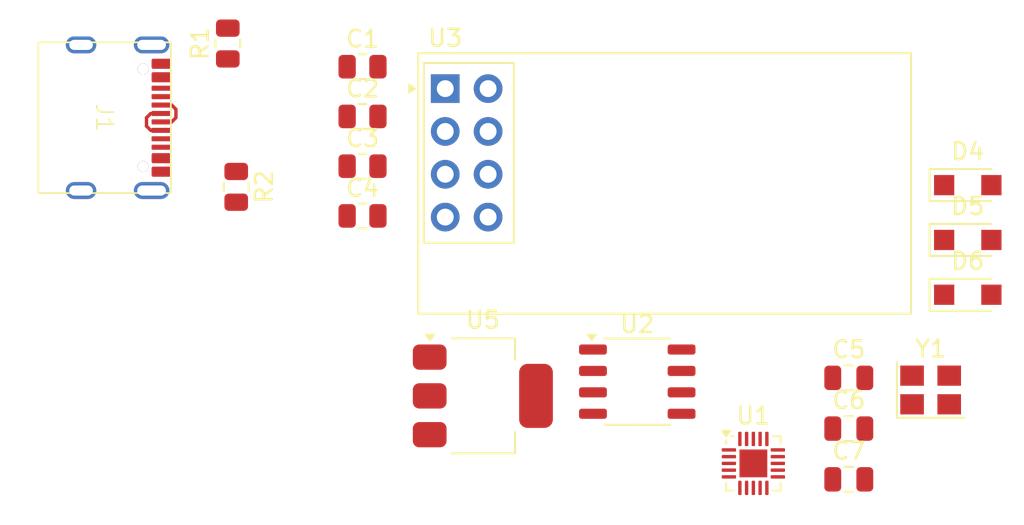
<source format=kicad_pcb>
(kicad_pcb (version 20241229) (generator "pcbnew") (generator_version "9.0")
  (layers (0 "F.Cu" signal) (2 "B.Cu" signal) (13 "F.Paste" user) (15 "B.Paste" user) (5 "F.SilkS" user "F.Silkscreen") (7 "B.SilkS" user "B.Silkscreen") (1 "F.Mask" user) (3 "B.Mask" user) (25 "Edge.Cuts" user))
  (net 0 "")
  (net 1 "+3V3")
  (net 2 "GND")
  (net 3 "+5V")
  (net 4 "Net-(U2-V3)")
  (net 5 "Net-(J1-CC1)")
  (net 6 "Net-(J1-CC2)")
  (net 7 "NRF24L01_CE")
  (net 8 "Net-(U1-PA2)")
  (net 9 "Net-(U1-PA1)")
  (net 12 "Net-(U1-VDD)")
  (net 13 "MCU_SPI_MOSI")
  (net 14 "MCU_SPI_MISO")
  (net 20 "MCU_SPI_CS")
  (net 21 "MCU_SPI_CLK")
  (net 24 "MCU_UART_TX")
  (net 26 "MCU_UART_RX")
  (net 27 "Net-(D4-K)")
  (net 28 "Net-(D5-K)")
  (footprint "Package_DFN_QFN:QFN-20-1EP_3x3mm_P0.4mm_EP1.65x1.65mm" (layer "F.Cu") (at 57.395 50.005)
    (property "Reference" "U1" (at 0 -2.83 0) (layer "F.SilkS"))
    (property "Value" "CH32V003FxUx")
    (fp_line (start -1.61 -1.16) (end -1.61 -1.37) (stroke (width 0.12)) (layer "F.SilkS"))
    (fp_line (start -1.61 1.61) (end -1.61 1.16) (stroke (width 0.12)) (layer "F.SilkS"))
    (fp_line (start -1.16 -1.61) (end -1.31 -1.61) (stroke (width 0.12)) (layer "F.SilkS"))
    (fp_line (start -1.16 1.61) (end -1.61 1.61) (stroke (width 0.12)) (layer "F.SilkS"))
    (fp_line (start 1.16 -1.61) (end 1.61 -1.61) (stroke (width 0.12)) (layer "F.SilkS"))
    (fp_line (start 1.16 1.61) (end 1.61 1.61) (stroke (width 0.12)) (layer "F.SilkS"))
    (fp_line (start 1.61 -1.61) (end 1.61 -1.16) (stroke (width 0.12)) (layer "F.SilkS"))
    (fp_line (start 1.61 1.61) (end 1.61 1.16) (stroke (width 0.12)) (layer "F.SilkS"))
    (fp_poly (pts (xy -1.61 -1.61) (xy -1.85 -1.94) (xy -1.37 -1.94)) (stroke (width 0.12)) (fill yes) (layer "F.SilkS"))
    (pad "1" smd roundrect (at -1.45 -0.8) (size 0.85 0.2) (layers "F.Cu" "F.Mask" "F.Paste"))
    (pad "2" smd roundrect (at -1.45 -0.4) (size 0.85 0.2) (layers "F.Cu" "F.Mask" "F.Paste") (net 9 "Net-(U1-PA1)"))
    (pad "3" smd roundrect (at -1.45 0) (size 0.85 0.2) (layers "F.Cu" "F.Mask" "F.Paste") (net 8 "Net-(U1-PA2)"))
    (pad "4" smd roundrect (at -1.45 0.4) (size 0.85 0.2) (layers "F.Cu" "F.Mask" "F.Paste") (net 2 "GND"))
    (pad "5" smd roundrect (at -1.45 0.8) (size 0.85 0.2) (layers "F.Cu" "F.Mask" "F.Paste"))
    (pad "6" smd roundrect (at -0.8 1.45) (size 0.2 0.85) (layers "F.Cu" "F.Mask" "F.Paste") (net 12 "Net-(U1-VDD)"))
    (pad "7" smd roundrect (at -0.4 1.45) (size 0.2 0.85) (layers "F.Cu" "F.Mask" "F.Paste") (net 20 "MCU_SPI_CS"))
    (pad "8" smd roundrect (at 0 1.45) (size 0.2 0.85) (layers "F.Cu" "F.Mask" "F.Paste"))
    (pad "9" smd roundrect (at 0.4 1.45) (size 0.2 0.85) (layers "F.Cu" "F.Mask" "F.Paste"))
    (pad "10" smd roundrect (at 0.8 1.45) (size 0.2 0.85) (layers "F.Cu" "F.Mask" "F.Paste"))
    (pad "11" smd roundrect (at 1.45 0.8) (size 0.85 0.2) (layers "F.Cu" "F.Mask" "F.Paste") (net 7 "NRF24L01_CE"))
    (pad "12" smd roundrect (at 1.45 0.4) (size 0.85 0.2) (layers "F.Cu" "F.Mask" "F.Paste") (net 21 "MCU_SPI_CLK"))
    (pad "13" smd roundrect (at 1.45 0) (size 0.85 0.2) (layers "F.Cu" "F.Mask" "F.Paste") (net 13 "MCU_SPI_MOSI"))
    (pad "14" smd roundrect (at 1.45 -0.4) (size 0.85 0.2) (layers "F.Cu" "F.Mask" "F.Paste") (net 14 "MCU_SPI_MISO"))
    (pad "15" smd roundrect (at 1.45 -0.8) (size 0.85 0.2) (layers "F.Cu" "F.Mask" "F.Paste"))
    (pad "16" smd roundrect (at 0.8 -1.45) (size 0.2 0.85) (layers "F.Cu" "F.Mask" "F.Paste"))
    (pad "17" smd roundrect (at 0.4 -1.45) (size 0.2 0.85) (layers "F.Cu" "F.Mask" "F.Paste"))
    (pad "18" smd roundrect (at 0 -1.45) (size 0.2 0.85) (layers "F.Cu" "F.Mask" "F.Paste"))
    (pad "19" smd roundrect (at -0.4 -1.45) (size 0.2 0.85) (layers "F.Cu" "F.Mask" "F.Paste") (net 24 "MCU_UART_TX"))
    (pad "20" smd roundrect (at -0.8 -1.45) (size 0.2 0.85) (layers "F.Cu" "F.Mask" "F.Paste") (net 26 "MCU_UART_RX"))
    (pad "21" smd rect (at 0 0) (size 1.65 1.65) (property pad_prop_heatsink) (layers "F.Cu" "F.Mask") (net 2 "GND"))
  )
  (footprint "Library:Usb-C" (layer "F.Cu") (at 22.875 29.5 -90)
    (property "Reference" "J1" (at 0 3.925 270) (layer "F.SilkS") (effects (font (thickness 0.1))))
    (property "Value" "USB_C_Receptacle")
    (fp_rect (start -4.47 0) (end 4.47 7.85) (stroke (width 0.1)) (fill no) (layer "F.SilkS"))
    (pad "" thru_hole circle (at -2.89 1.64) (size 0.65 0.65) (drill 0.65) (layers "*.Cu" "*.Mask"))
    (pad "" thru_hole circle (at 2.89 1.64) (size 0.65 0.65) (drill 0.65) (layers "*.Cu" "*.Mask"))
    (pad "A1" smd roundrect (at -3.2 0.57) (size 1.14 0.6) (layers "F.Cu" "F.Mask" "F.Paste") (roundrect_rratio 0.15) (net 2 "GND"))
    (pad "A1" smd roundrect (at 3.2 0.57) (size 1.14 0.6) (layers "F.Cu" "F.Mask" "F.Paste") (roundrect_rratio 0.15) (net 2 "GND"))
    (pad "A4" smd roundrect (at -2.4 0.57) (size 1.14 0.6) (layers "F.Cu" "F.Mask" "F.Paste") (roundrect_rratio 0.15) (net 3 "+5V"))
    (pad "A4" smd roundrect (at 2.4 0.57) (size 1.14 0.6) (layers "F.Cu" "F.Mask" "F.Paste") (roundrect_rratio 0.15) (net 3 "+5V"))
    (pad "A5" smd roundrect (at -1.25 0.57) (size 1.14 0.3) (layers "F.Cu" "F.Mask" "F.Paste") (roundrect_rratio 0.15) (net 5 "Net-(J1-CC1)"))
    (pad "A6" smd roundrect (at -0.25 0.57) (size 1.14 0.3) (layers "F.Cu" "F.Mask" "F.Paste") (roundrect_rratio 0.15) (net 27 "Net-(D4-K)"))
    (pad "A7" smd roundrect (at 0.25 0.57) (size 1.14 0.3) (layers "F.Cu" "F.Mask" "F.Paste") (roundrect_rratio 0.15) (net 28 "Net-(D5-K)"))
    (pad "A8" smd roundrect (at 1.25 0.57) (size 1.14 0.3) (layers "F.Cu" "F.Mask" "F.Paste") (roundrect_rratio 0.15))
    (pad "B5" smd roundrect (at 1.75 0.57) (size 1.14 0.3) (layers "F.Cu" "F.Mask" "F.Paste") (roundrect_rratio 0.15) (net 6 "Net-(J1-CC2)"))
    (pad "B6" smd roundrect (at 0.75 0.57) (size 1.14 0.3) (layers "F.Cu" "F.Mask" "F.Paste") (roundrect_rratio 0.15) (net 27 "Net-(D4-K)"))
    (pad "B7" smd roundrect (at -0.75 0.57) (size 1.14 0.3) (layers "F.Cu" "F.Mask" "F.Paste") (roundrect_rratio 0.15) (net 28 "Net-(D5-K)"))
    (pad "B8" smd roundrect (at -1.75 0.57) (size 1.14 0.3) (layers "F.Cu" "F.Mask" "F.Paste") (roundrect_rratio 0.15))
    (pad "S1" thru_hole oval (at -4.32 1.14) (size 2.1 1) (drill oval 1.7 0.6) (layers "*.Cu" "*.Mask"))
    (pad "S1" thru_hole oval (at -4.32 5.32) (size 1.8 1) (drill oval 1.4 0.6) (layers "*.Cu" "*.Mask"))
    (pad "S1" thru_hole oval (at 4.32 1.14) (size 2.1 1) (drill oval 1.7 0.6) (layers "*.Cu" "*.Mask"))
    (pad "S1" thru_hole oval (at 4.32 5.32) (size 1.8 1) (drill oval 1.4 0.6) (layers "*.Cu" "*.Mask"))
  )
  (footprint "Resistor_SMD:R_0805_2012Metric" (layer "F.Cu") (at 26.75 33.6 -90)
    (property "Reference" "R2" (at 0 -1.65 90) (layer "F.SilkS"))
    (property "Value" "5.1k")
    (fp_line (start -0.227064 0.735) (end 0.227064 0.735) (stroke (width 0.12)) (layer "F.SilkS"))
    (fp_line (start -0.227064 -0.735) (end 0.227064 -0.735) (stroke (width 0.12)) (layer "F.SilkS"))
    (pad "1" smd roundrect (at -0.9125 0 270) (size 1.025 1.4) (layers "F.Cu" "F.Mask" "F.Paste") (roundrect_rratio 0.243902) (net 6 "Net-(J1-CC2)"))
    (pad "2" smd roundrect (at 0.9125 0 270) (size 1.025 1.4) (layers "F.Cu" "F.Mask" "F.Paste") (roundrect_rratio 0.243902) (net 2 "GND"))
  )
  (footprint "Resistor_SMD:R_0805_2012Metric" (layer "F.Cu") (at 34.235 29.425)
    (property "Reference" "C2" (at 0 -1.65 0) (layer "F.SilkS"))
    (property "Value" "10uF")
    (fp_line (start -0.227064 -0.735) (end 0.227064 -0.735) (stroke (width 0.12)) (layer "F.SilkS"))
    (fp_line (start -0.227064 0.735) (end 0.227064 0.735) (stroke (width 0.12)) (layer "F.SilkS"))
    (pad "1" smd roundrect (at -0.9125 0) (size 1.025 1.4) (layers "F.Cu" "F.Mask" "F.Paste") (roundrect_rratio 0.243902) (net 3 "+5V"))
    (pad "2" smd roundrect (at 0.9125 0) (size 1.025 1.4) (layers "F.Cu" "F.Mask" "F.Paste") (roundrect_rratio 0.243902) (net 2 "GND"))
  )
  (footprint "Crystal:Crystal_SMD_3225-4Pin_3.2x2.5mm" (layer "F.Cu") (at 67.9 45.65)
    (property "Reference" "Y1" (at 0 -2.45 0) (layer "F.SilkS"))
    (property "Value" "Crystal_24MHz")
    (fp_line (start -2 -1.65) (end -2 1.65) (stroke (width 0.12)) (layer "F.SilkS"))
    (fp_line (start -2 1.65) (end 2 1.65) (stroke (width 0.12)) (layer "F.SilkS"))
    (pad "1" smd rect (at -1.1 0.85) (size 1.4 1.2) (layers "F.Cu" "F.Mask" "F.Paste") (net 9 "Net-(U1-PA1)"))
    (pad "2" smd rect (at 1.1 0.85) (size 1.4 1.2) (layers "F.Cu" "F.Mask" "F.Paste") (net 2 "GND"))
    (pad "3" smd rect (at 1.1 -0.85) (size 1.4 1.2) (layers "F.Cu" "F.Mask" "F.Paste") (net 8 "Net-(U1-PA2)"))
    (pad "4" smd rect (at -1.1 -0.85) (size 1.4 1.2) (layers "F.Cu" "F.Mask" "F.Paste") (net 2 "GND"))
  )
  (footprint "Diode_SMD:Nexperia_CFP3_SOD-123W" (layer "F.Cu") (at 70.1 40)
    (property "Reference" "D6" (at 0 -2 0) (layer "F.SilkS"))
    (property "Value" "5.1v")
    (fp_line (start -2.26 -0.95) (end -2.26 0.95) (stroke (width 0.12)) (layer "F.SilkS"))
    (fp_line (start -2.26 -0.95) (end 1.4 -0.95) (stroke (width 0.12)) (layer "F.SilkS"))
    (fp_line (start -2.26 0.95) (end 1.4 0.95) (stroke (width 0.12)) (layer "F.SilkS"))
    (pad "1" smd rect (at -1.4 0) (size 1.2 1.2) (layers "F.Cu" "F.Mask" "F.Paste") (net 3 "+5V"))
    (pad "2" smd rect (at 1.4 0) (size 1.2 1.2) (layers "F.Cu" "F.Mask" "F.Paste") (net 2 "GND"))
  )
  (footprint "Resistor_SMD:R_0805_2012Metric" (layer "F.Cu") (at 26.25 25.1 90)
    (property "Reference" "R1" (at 0 -1.65 90) (layer "F.SilkS"))
    (property "Value" "5.1k")
    (fp_line (start -0.227064 -0.735) (end 0.227064 -0.735) (stroke (width 0.12)) (layer "F.SilkS"))
    (fp_line (start -0.227064 0.735) (end 0.227064 0.735) (stroke (width 0.12)) (layer "F.SilkS"))
    (pad "1" smd roundrect (at -0.9125 0 90) (size 1.025 1.4) (layers "F.Cu" "F.Mask" "F.Paste") (roundrect_rratio 0.243902) (net 5 "Net-(J1-CC1)"))
    (pad "2" smd roundrect (at 0.9125 0 90) (size 1.025 1.4) (layers "F.Cu" "F.Mask" "F.Paste") (roundrect_rratio 0.243902) (net 2 "GND"))
  )
  (footprint "Resistor_SMD:R_0805_2012Metric" (layer "F.Cu") (at 34.235 32.375)
    (property "Reference" "C3" (at 0 -1.65 0) (layer "F.SilkS"))
    (property "Value" "22uF")
    (fp_line (start -0.227064 -0.735) (end 0.227064 -0.735) (stroke (width 0.12)) (layer "F.SilkS"))
    (fp_line (start -0.227064 0.735) (end 0.227064 0.735) (stroke (width 0.12)) (layer "F.SilkS"))
    (pad "1" smd roundrect (at -0.9125 0) (size 1.025 1.4) (layers "F.Cu" "F.Mask" "F.Paste") (roundrect_rratio 0.243902) (net 1 "+3V3"))
    (pad "2" smd roundrect (at 0.9125 0) (size 1.025 1.4) (layers "F.Cu" "F.Mask" "F.Paste") (roundrect_rratio 0.243902) (net 2 "GND"))
  )
  (footprint "Resistor_SMD:R_0805_2012Metric" (layer "F.Cu") (at 34.235 35.325)
    (property "Reference" "C4" (at 0 -1.65 0) (layer "F.SilkS"))
    (property "Value" "0.1uF")
    (fp_line (start -0.227064 -0.735) (end 0.227064 -0.735) (stroke (width 0.12)) (layer "F.SilkS"))
    (fp_line (start -0.227064 0.735) (end 0.227064 0.735) (stroke (width 0.12)) (layer "F.SilkS"))
    (pad "1" smd roundrect (at -0.9125 0) (size 1.025 1.4) (layers "F.Cu" "F.Mask" "F.Paste") (roundrect_rratio 0.243902) (net 4 "Net-(U2-V3)"))
    (pad "2" smd roundrect (at 0.9125 0) (size 1.025 1.4) (layers "F.Cu" "F.Mask" "F.Paste") (roundrect_rratio 0.243902) (net 2 "GND"))
  )
  (footprint "Package_TO_SOT_SMD:SOT-223-3_TabPin2" (layer "F.Cu") (at 41.365 46)
    (property "Reference" "U5" (at 0 -4.5 0) (layer "F.SilkS"))
    (property "Value" "AMS1117-3.3")
    (fp_line (start -1.85 -3.41) (end 1.91 -3.41) (stroke (width 0.12)) (layer "F.SilkS"))
    (fp_line (start -1.85 3.41) (end 1.91 3.41) (stroke (width 0.12)) (layer "F.SilkS"))
    (fp_line (start 1.91 -3.41) (end 1.91 -2.15) (stroke (width 0.12)) (layer "F.SilkS"))
    (fp_line (start 1.91 3.41) (end 1.91 2.15) (stroke (width 0.12)) (layer "F.SilkS"))
    (fp_poly (pts (xy -3.13 -3.31) (xy -3.37 -3.64) (xy -2.89 -3.64) (xy -3.13 -3.31)) (stroke (width 0.12)) (fill yes) (layer "F.SilkS"))
    (pad "1" smd roundrect (at -3.15 -2.3) (size 2 1.5) (layers "F.Cu" "F.Mask" "F.Paste") (net 2 "GND"))
    (pad "2" smd roundrect (at -3.15 0) (size 2 1.5) (layers "F.Cu" "F.Mask" "F.Paste") (net 1 "+3V3"))
    (pad "2" smd roundrect (at 3.15 0) (size 2 3.8) (layers "F.Cu" "F.Mask" "F.Paste") (net 1 "+3V3"))
    (pad "3" smd roundrect (at -3.15 2.3) (size 2 1.5) (layers "F.Cu" "F.Mask" "F.Paste") (net 3 "+5V"))
  )
  (footprint "RF_Module:nRF24L01_Breakout" (layer "F.Cu") (at 39.136 27.775)
    (property "Reference" "U3" (at 0 -3 0) (layer "F.SilkS"))
    (property "Value" "NRF24L01_Breakout")
    (fp_line (start -1.6 -2.1) (end -1.6 -2.1) (stroke (width 0.12)) (layer "F.SilkS"))
    (fp_line (start -1.6 -2.1) (end 27.6 -2.1) (stroke (width 0.12)) (layer "F.SilkS"))
    (fp_line (start -1.6 13.35) (end -1.6 -2.1) (stroke (width 0.12)) (layer "F.SilkS"))
    (fp_line (start -1.27 -1.524) (end -1.27 -1.524) (stroke (width 0.12)) (layer "F.SilkS"))
    (fp_line (start -1.27 -1.524) (end 4.064 -1.524) (stroke (width 0.12)) (layer "F.SilkS"))
    (fp_line (start -1.27 9.144) (end -1.27 -1.524) (stroke (width 0.12)) (layer "F.SilkS"))
    (fp_line (start -1.27 9.144) (end -1.27 9.144) (stroke (width 0.12)) (layer "F.SilkS"))
    (fp_line (start 4.064 -1.524) (end 4.064 9.144) (stroke (width 0.12)) (layer "F.SilkS"))
    (fp_line (start 4.064 9.144) (end -1.27 9.144) (stroke (width 0.12)) (layer "F.SilkS"))
    (fp_line (start 27.6 -2.1) (end 27.6 13.35) (stroke (width 0.12)) (layer "F.SilkS"))
    (fp_line (start 27.6 13.35) (end -1.6 13.35) (stroke (width 0.12)) (layer "F.SilkS"))
    (fp_poly (pts (xy -1.8 0) (xy -2.136 0.24) (xy -2.136 -0.24) (xy -1.8 0)) (stroke (width 0.12)) (fill yes) (layer "F.SilkS"))
    (pad "1" thru_hole rect (at 0 0) (size 1.7 1.7) (drill 1) (layers "*.Cu" "*.Mask") (net 2 "GND"))
    (pad "2" thru_hole circle (at 2.54 0) (size 1.7 1.7) (drill 1) (layers "*.Cu" "*.Mask") (net 1 "+3V3"))
    (pad "3" thru_hole circle (at 0 2.54) (size 1.7 1.7) (drill 1) (layers "*.Cu" "*.Mask") (net 7 "NRF24L01_CE"))
    (pad "4" thru_hole circle (at 2.54 2.54) (size 1.7 1.7) (drill 1) (layers "*.Cu" "*.Mask") (net 20 "MCU_SPI_CS"))
    (pad "5" thru_hole circle (at 0 5.08) (size 1.7 1.7) (drill 1) (layers "*.Cu" "*.Mask") (net 21 "MCU_SPI_CLK"))
    (pad "6" thru_hole circle (at 2.54 5.08) (size 1.7 1.7) (drill 1) (layers "*.Cu" "*.Mask") (net 13 "MCU_SPI_MOSI"))
    (pad "7" thru_hole circle (at 0 7.62) (size 1.7 1.7) (drill 1) (layers "*.Cu" "*.Mask") (net 14 "MCU_SPI_MISO"))
    (pad "8" thru_hole circle (at 2.54 7.62) (size 1.7 1.7) (drill 1) (layers "*.Cu" "*.Mask") (net 2 "GND"))
  )
  (footprint "Diode_SMD:Nexperia_CFP3_SOD-123W" (layer "F.Cu") (at 70.1 33.5)
    (property "Reference" "D4" (at 0 -2 0) (layer "F.SilkS"))
    (property "Value" "5.1v")
    (fp_line (start -2.26 -0.95) (end -2.26 0.95) (stroke (width 0.12)) (layer "F.SilkS"))
    (fp_line (start -2.26 -0.95) (end 1.4 -0.95) (stroke (width 0.12)) (layer "F.SilkS"))
    (fp_line (start -2.26 0.95) (end 1.4 0.95) (stroke (width 0.12)) (layer "F.SilkS"))
    (pad "1" smd rect (at -1.4 0) (size 1.2 1.2) (layers "F.Cu" "F.Mask" "F.Paste") (net 27 "Net-(D4-K)"))
    (pad "2" smd rect (at 1.4 0) (size 1.2 1.2) (layers "F.Cu" "F.Mask" "F.Paste") (net 2 "GND"))
  )
  (footprint "Resistor_SMD:R_0805_2012Metric" (layer "F.Cu") (at 34.235 26.475)
    (property "Reference" "C1" (at 0 -1.65 0) (layer "F.SilkS"))
    (property "Value" "10uF")
    (fp_line (start -0.227064 -0.735) (end 0.227064 -0.735) (stroke (width 0.12)) (layer "F.SilkS"))
    (fp_line (start -0.227064 0.735) (end 0.227064 0.735) (stroke (width 0.12)) (layer "F.SilkS"))
    (pad "1" smd roundrect (at -0.9125 0) (size 1.025 1.4) (layers "F.Cu" "F.Mask" "F.Paste") (roundrect_rratio 0.243902) (net 1 "+3V3"))
    (pad "2" smd roundrect (at 0.9125 0) (size 1.025 1.4) (layers "F.Cu" "F.Mask" "F.Paste") (roundrect_rratio 0.243902) (net 2 "GND"))
  )
  (footprint "Package_SO:SOP-8_3.9x4.9mm_P1.27mm" (layer "F.Cu") (at 50.515 45.155)
    (property "Reference" "U2" (at 0 -3.4 0) (layer "F.SilkS"))
    (property "Value" "CH340N")
    (fp_line (start 0 -2.56) (end -1.95 -2.56) (stroke (width 0.12)) (layer "F.SilkS"))
    (fp_line (start 0 -2.56) (end 1.95 -2.56) (stroke (width 0.12)) (layer "F.SilkS"))
    (fp_line (start 0 2.56) (end -1.95 2.56) (stroke (width 0.12)) (layer "F.SilkS"))
    (fp_line (start 0 2.56) (end 1.95 2.56) (stroke (width 0.12)) (layer "F.SilkS"))
    (fp_poly (pts (xy -2.7 -2.465) (xy -2.94 -2.795) (xy -2.46 -2.795)) (stroke (width 0.12)) (fill yes) (layer "F.SilkS"))
    (pad "1" smd roundrect (at -2.625 -1.905) (size 1.65 0.6) (layers "F.Cu" "F.Mask" "F.Paste") (net 27 "Net-(D4-K)"))
    (pad "2" smd roundrect (at -2.625 -0.635) (size 1.65 0.6) (layers "F.Cu" "F.Mask" "F.Paste") (net 28 "Net-(D5-K)"))
    (pad "3" smd roundrect (at -2.625 0.635) (size 1.65 0.6) (layers "F.Cu" "F.Mask" "F.Paste") (net 2 "GND"))
    (pad "4" smd roundrect (at -2.625 1.905) (size 1.65 0.6) (layers "F.Cu" "F.Mask" "F.Paste"))
    (pad "5" smd roundrect (at 2.625 1.905) (size 1.65 0.6) (layers "F.Cu" "F.Mask" "F.Paste") (net 3 "+5V"))
    (pad "6" smd roundrect (at 2.625 0.635) (size 1.65 0.6) (layers "F.Cu" "F.Mask" "F.Paste") (net 26 "MCU_UART_RX"))
    (pad "7" smd roundrect (at 2.625 -0.635) (size 1.65 0.6) (layers "F.Cu" "F.Mask" "F.Paste") (net 24 "MCU_UART_TX"))
    (pad "8" smd roundrect (at 2.625 -1.905) (size 1.65 0.6) (layers "F.Cu" "F.Mask" "F.Paste") (net 4 "Net-(U2-V3)"))
  )
  (footprint "Capacitor_SMD:C_0805_2012Metric" (layer "F.Cu") (at 63.05 47.94)
    (property "Reference" "C6" (at 0 -1.68 0) (layer "F.SilkS"))
    (property "Value" "12pF")
    (fp_line (start -0.261252 -0.735) (end 0.261252 -0.735) (stroke (width 0.12)) (layer "F.SilkS"))
    (fp_line (start -0.261252 0.735) (end 0.261252 0.735) (stroke (width 0.12)) (layer "F.SilkS"))
    (pad "1" smd roundrect (at -0.95 0) (size 1 1.45) (layers "F.Cu" "F.Mask" "F.Paste") (net 9 "Net-(U1-PA1)"))
    (pad "2" smd roundrect (at 0.95 0) (size 1 1.45) (layers "F.Cu" "F.Mask" "F.Paste") (net 2 "GND"))
  )
  (footprint "Capacitor_SMD:C_0805_2012Metric" (layer "F.Cu") (at 63.05 50.95)
    (property "Reference" "C7" (at 0 -1.68 0) (layer "F.SilkS"))
    (property "Value" "0.1uF")
    (fp_line (start -0.261252 -0.735) (end 0.261252 -0.735) (stroke (width 0.12)) (layer "F.SilkS"))
    (fp_line (start -0.261252 0.735) (end 0.261252 0.735) (stroke (width 0.12)) (layer "F.SilkS"))
    (pad "1" smd roundrect (at -0.95 0) (size 1 1.45) (layers "F.Cu" "F.Mask" "F.Paste") (net 2 "GND"))
    (pad "2" smd roundrect (at 0.95 0) (size 1 1.45) (layers "F.Cu" "F.Mask" "F.Paste") (net 12 "Net-(U1-VDD)"))
  )
  (footprint "Capacitor_SMD:C_0805_2012Metric" (layer "F.Cu") (at 63.05 44.93)
    (property "Reference" "C5" (at 0 -1.68 0) (layer "F.SilkS"))
    (property "Value" "12pF")
    (fp_line (start -0.261252 -0.735) (end 0.261252 -0.735) (stroke (width 0.12)) (layer "F.SilkS"))
    (fp_line (start -0.261252 0.735) (end 0.261252 0.735) (stroke (width 0.12)) (layer "F.SilkS"))
    (pad "1" smd roundrect (at -0.95 0) (size 1 1.45) (layers "F.Cu" "F.Mask" "F.Paste") (net 8 "Net-(U1-PA2)"))
    (pad "2" smd roundrect (at 0.95 0) (size 1 1.45) (layers "F.Cu" "F.Mask" "F.Paste") (net 2 "GND"))
  )
  (footprint "Diode_SMD:Nexperia_CFP3_SOD-123W" (layer "F.Cu") (at 70.1 36.75)
    (property "Reference" "D5" (at 0 -2 0) (layer "F.SilkS"))
    (property "Value" "5.1v")
    (fp_line (start -2.26 -0.95) (end -2.26 0.95) (stroke (width 0.12)) (layer "F.SilkS"))
    (fp_line (start -2.26 -0.95) (end 1.4 -0.95) (stroke (width 0.12)) (layer "F.SilkS"))
    (fp_line (start -2.26 0.95) (end 1.4 0.95) (stroke (width 0.12)) (layer "F.SilkS"))
    (pad "1" smd rect (at -1.4 0) (size 1.2 1.2) (layers "F.Cu" "F.Mask" "F.Paste") (net 28 "Net-(D5-K)"))
    (pad "2" smd rect (at 1.4 0) (size 1.2 1.2) (layers "F.Cu" "F.Mask" "F.Paste") (net 2 "GND"))
  )
  (segment (start 21.684434 29.25) (end 21.434 29.500434) (width 0.2) (layer "F.Cu") (net 27))
  (segment (start 22.305 29.25) (end 21.684434 29.25) (width 0.2) (layer "F.Cu") (net 27))
  (segment (start 21.434 29.999566) (end 21.684434 30.25) (width 0.2) (layer "F.Cu") (net 27))
  (segment (start 21.434 29.500434) (end 21.434 29.999566) (width 0.2) (layer "F.Cu") (net 27))
  (segment (start 21.684434 30.25) (end 22.305 30.25) (width 0.2) (layer "F.Cu") (net 27))
  (segment (start 23.176 29.000434) (end 23.176 29.499566) (width 0.2) (layer "F.Cu") (net 28))
  (segment (start 22.305 28.75) (end 22.925566 28.75) (width 0.2) (layer "F.Cu") (net 28))
  (segment (start 22.925566 28.75) (end 23.176 29.000434) (width 0.2) (layer "F.Cu") (net 28))
  (segment (start 23.176 29.499566) (end 22.925566 29.75) (width 0.2) (layer "F.Cu") (net 28))
  (segment (start 22.925566 29.75) (end 22.305 29.75) (width 0.2) (layer "F.Cu") (net 28))
)
</source>
